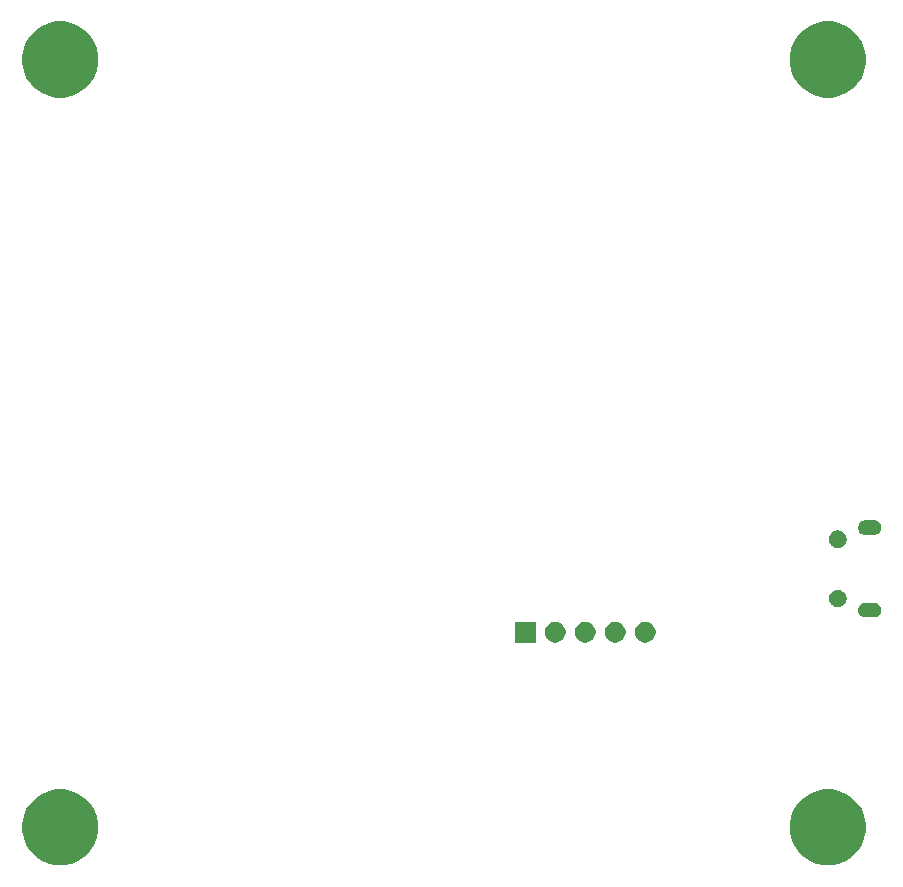
<source format=gbr>
G04 #@! TF.GenerationSoftware,KiCad,Pcbnew,5.1.5-52549c5~84~ubuntu18.04.1*
G04 #@! TF.CreationDate,2020-03-15T21:10:30-07:00*
G04 #@! TF.ProjectId,stm32f042cXt6_demo,73746d33-3266-4303-9432-635874365f64,rev?*
G04 #@! TF.SameCoordinates,Original*
G04 #@! TF.FileFunction,Soldermask,Bot*
G04 #@! TF.FilePolarity,Negative*
%FSLAX46Y46*%
G04 Gerber Fmt 4.6, Leading zero omitted, Abs format (unit mm)*
G04 Created by KiCad (PCBNEW 5.1.5-52549c5~84~ubuntu18.04.1) date 2020-03-15 21:10:30*
%MOMM*%
%LPD*%
G04 APERTURE LIST*
%ADD10C,0.100000*%
G04 APERTURE END LIST*
D10*
G36*
X35939240Y-91903743D02*
G01*
X36134573Y-91984653D01*
X36525242Y-92146473D01*
X37050848Y-92497672D01*
X37052633Y-92498865D01*
X37501135Y-92947367D01*
X37501137Y-92947370D01*
X37853527Y-93474758D01*
X38096257Y-94060761D01*
X38220000Y-94682858D01*
X38220000Y-95317142D01*
X38096257Y-95939239D01*
X37853527Y-96525242D01*
X37711084Y-96738422D01*
X37501135Y-97052633D01*
X37052633Y-97501135D01*
X37052630Y-97501137D01*
X36525242Y-97853527D01*
X36134573Y-98015347D01*
X35939240Y-98096257D01*
X35317142Y-98220000D01*
X34682858Y-98220000D01*
X34060760Y-98096257D01*
X33865427Y-98015347D01*
X33474758Y-97853527D01*
X32947370Y-97501137D01*
X32947367Y-97501135D01*
X32498865Y-97052633D01*
X32288916Y-96738422D01*
X32146473Y-96525242D01*
X31903743Y-95939239D01*
X31780000Y-95317142D01*
X31780000Y-94682858D01*
X31903743Y-94060761D01*
X32146473Y-93474758D01*
X32498863Y-92947370D01*
X32498865Y-92947367D01*
X32947367Y-92498865D01*
X32949152Y-92497672D01*
X33474758Y-92146473D01*
X33865427Y-91984653D01*
X34060760Y-91903743D01*
X34682858Y-91780000D01*
X35317142Y-91780000D01*
X35939240Y-91903743D01*
G37*
G36*
X100939240Y-91903743D02*
G01*
X101134573Y-91984653D01*
X101525242Y-92146473D01*
X102050848Y-92497672D01*
X102052633Y-92498865D01*
X102501135Y-92947367D01*
X102501137Y-92947370D01*
X102853527Y-93474758D01*
X103096257Y-94060761D01*
X103220000Y-94682858D01*
X103220000Y-95317142D01*
X103096257Y-95939239D01*
X102853527Y-96525242D01*
X102711084Y-96738422D01*
X102501135Y-97052633D01*
X102052633Y-97501135D01*
X102052630Y-97501137D01*
X101525242Y-97853527D01*
X101134573Y-98015347D01*
X100939240Y-98096257D01*
X100317142Y-98220000D01*
X99682858Y-98220000D01*
X99060760Y-98096257D01*
X98865427Y-98015347D01*
X98474758Y-97853527D01*
X97947370Y-97501137D01*
X97947367Y-97501135D01*
X97498865Y-97052633D01*
X97288916Y-96738422D01*
X97146473Y-96525242D01*
X96903743Y-95939239D01*
X96780000Y-95317142D01*
X96780000Y-94682858D01*
X96903743Y-94060761D01*
X97146473Y-93474758D01*
X97498863Y-92947370D01*
X97498865Y-92947367D01*
X97947367Y-92498865D01*
X97949152Y-92497672D01*
X98474758Y-92146473D01*
X98865427Y-91984653D01*
X99060760Y-91903743D01*
X99682858Y-91780000D01*
X100317142Y-91780000D01*
X100939240Y-91903743D01*
G37*
G36*
X84793770Y-77663433D02*
G01*
X84952100Y-77729016D01*
X85094593Y-77824227D01*
X85215773Y-77945407D01*
X85310984Y-78087900D01*
X85376567Y-78246230D01*
X85410000Y-78414312D01*
X85410000Y-78585688D01*
X85376567Y-78753770D01*
X85310984Y-78912100D01*
X85215773Y-79054593D01*
X85094593Y-79175773D01*
X84952100Y-79270984D01*
X84793770Y-79336567D01*
X84625688Y-79370000D01*
X84454312Y-79370000D01*
X84286230Y-79336567D01*
X84127900Y-79270984D01*
X83985407Y-79175773D01*
X83864227Y-79054593D01*
X83769016Y-78912100D01*
X83703433Y-78753770D01*
X83670000Y-78585688D01*
X83670000Y-78414312D01*
X83703433Y-78246230D01*
X83769016Y-78087900D01*
X83864227Y-77945407D01*
X83985407Y-77824227D01*
X84127900Y-77729016D01*
X84286230Y-77663433D01*
X84454312Y-77630000D01*
X84625688Y-77630000D01*
X84793770Y-77663433D01*
G37*
G36*
X79713770Y-77663433D02*
G01*
X79872100Y-77729016D01*
X80014593Y-77824227D01*
X80135773Y-77945407D01*
X80230984Y-78087900D01*
X80296567Y-78246230D01*
X80330000Y-78414312D01*
X80330000Y-78585688D01*
X80296567Y-78753770D01*
X80230984Y-78912100D01*
X80135773Y-79054593D01*
X80014593Y-79175773D01*
X79872100Y-79270984D01*
X79713770Y-79336567D01*
X79545688Y-79370000D01*
X79374312Y-79370000D01*
X79206230Y-79336567D01*
X79047900Y-79270984D01*
X78905407Y-79175773D01*
X78784227Y-79054593D01*
X78689016Y-78912100D01*
X78623433Y-78753770D01*
X78590000Y-78585688D01*
X78590000Y-78414312D01*
X78623433Y-78246230D01*
X78689016Y-78087900D01*
X78784227Y-77945407D01*
X78905407Y-77824227D01*
X79047900Y-77729016D01*
X79206230Y-77663433D01*
X79374312Y-77630000D01*
X79545688Y-77630000D01*
X79713770Y-77663433D01*
G37*
G36*
X82253770Y-77663433D02*
G01*
X82412100Y-77729016D01*
X82554593Y-77824227D01*
X82675773Y-77945407D01*
X82770984Y-78087900D01*
X82836567Y-78246230D01*
X82870000Y-78414312D01*
X82870000Y-78585688D01*
X82836567Y-78753770D01*
X82770984Y-78912100D01*
X82675773Y-79054593D01*
X82554593Y-79175773D01*
X82412100Y-79270984D01*
X82253770Y-79336567D01*
X82085688Y-79370000D01*
X81914312Y-79370000D01*
X81746230Y-79336567D01*
X81587900Y-79270984D01*
X81445407Y-79175773D01*
X81324227Y-79054593D01*
X81229016Y-78912100D01*
X81163433Y-78753770D01*
X81130000Y-78585688D01*
X81130000Y-78414312D01*
X81163433Y-78246230D01*
X81229016Y-78087900D01*
X81324227Y-77945407D01*
X81445407Y-77824227D01*
X81587900Y-77729016D01*
X81746230Y-77663433D01*
X81914312Y-77630000D01*
X82085688Y-77630000D01*
X82253770Y-77663433D01*
G37*
G36*
X77173770Y-77663433D02*
G01*
X77332100Y-77729016D01*
X77474593Y-77824227D01*
X77595773Y-77945407D01*
X77690984Y-78087900D01*
X77756567Y-78246230D01*
X77790000Y-78414312D01*
X77790000Y-78585688D01*
X77756567Y-78753770D01*
X77690984Y-78912100D01*
X77595773Y-79054593D01*
X77474593Y-79175773D01*
X77332100Y-79270984D01*
X77173770Y-79336567D01*
X77005688Y-79370000D01*
X76834312Y-79370000D01*
X76666230Y-79336567D01*
X76507900Y-79270984D01*
X76365407Y-79175773D01*
X76244227Y-79054593D01*
X76149016Y-78912100D01*
X76083433Y-78753770D01*
X76050000Y-78585688D01*
X76050000Y-78414312D01*
X76083433Y-78246230D01*
X76149016Y-78087900D01*
X76244227Y-77945407D01*
X76365407Y-77824227D01*
X76507900Y-77729016D01*
X76666230Y-77663433D01*
X76834312Y-77630000D01*
X77005688Y-77630000D01*
X77173770Y-77663433D01*
G37*
G36*
X75250000Y-79370000D02*
G01*
X73510000Y-79370000D01*
X73510000Y-77630000D01*
X75250000Y-77630000D01*
X75250000Y-79370000D01*
G37*
G36*
X103940722Y-76002243D02*
G01*
X104009044Y-76008972D01*
X104125912Y-76044424D01*
X104233619Y-76101994D01*
X104328027Y-76179473D01*
X104405506Y-76273881D01*
X104463076Y-76381588D01*
X104498528Y-76498456D01*
X104510499Y-76620000D01*
X104498528Y-76741544D01*
X104463076Y-76858412D01*
X104405506Y-76966119D01*
X104328027Y-77060527D01*
X104233619Y-77138006D01*
X104125912Y-77195576D01*
X104009044Y-77231028D01*
X103940722Y-77237757D01*
X103917949Y-77240000D01*
X103157051Y-77240000D01*
X103134278Y-77237757D01*
X103065956Y-77231028D01*
X102949088Y-77195576D01*
X102841381Y-77138006D01*
X102746973Y-77060527D01*
X102669494Y-76966119D01*
X102611924Y-76858412D01*
X102576472Y-76741544D01*
X102564501Y-76620000D01*
X102576472Y-76498456D01*
X102611924Y-76381588D01*
X102669494Y-76273881D01*
X102746973Y-76179473D01*
X102841381Y-76101994D01*
X102949088Y-76044424D01*
X103065956Y-76008972D01*
X103134278Y-76002243D01*
X103157051Y-76000000D01*
X103917949Y-76000000D01*
X103940722Y-76002243D01*
G37*
G36*
X101054810Y-74903630D02*
G01*
X101190388Y-74959788D01*
X101190390Y-74959789D01*
X101310782Y-75040233D01*
X101312413Y-75041323D01*
X101416177Y-75145087D01*
X101416179Y-75145090D01*
X101497711Y-75267110D01*
X101553870Y-75402691D01*
X101582500Y-75546624D01*
X101582500Y-75693376D01*
X101553870Y-75837309D01*
X101497711Y-75972890D01*
X101449913Y-76044424D01*
X101416177Y-76094913D01*
X101312413Y-76198677D01*
X101312410Y-76198679D01*
X101190390Y-76280211D01*
X101190389Y-76280212D01*
X101190388Y-76280212D01*
X101054810Y-76336370D01*
X100910876Y-76365000D01*
X100764124Y-76365000D01*
X100620190Y-76336370D01*
X100484612Y-76280212D01*
X100484611Y-76280212D01*
X100484610Y-76280211D01*
X100362590Y-76198679D01*
X100362587Y-76198677D01*
X100258823Y-76094913D01*
X100225087Y-76044424D01*
X100177289Y-75972890D01*
X100121130Y-75837309D01*
X100092500Y-75693376D01*
X100092500Y-75546624D01*
X100121130Y-75402691D01*
X100177289Y-75267110D01*
X100258821Y-75145090D01*
X100258823Y-75145087D01*
X100362587Y-75041323D01*
X100364218Y-75040233D01*
X100484610Y-74959789D01*
X100484612Y-74959788D01*
X100620190Y-74903630D01*
X100764124Y-74875000D01*
X100910876Y-74875000D01*
X101054810Y-74903630D01*
G37*
G36*
X101054810Y-69903630D02*
G01*
X101190388Y-69959788D01*
X101190390Y-69959789D01*
X101310782Y-70040233D01*
X101312413Y-70041323D01*
X101416177Y-70145087D01*
X101416179Y-70145090D01*
X101473602Y-70231028D01*
X101497712Y-70267112D01*
X101553870Y-70402690D01*
X101582500Y-70546624D01*
X101582500Y-70693376D01*
X101553870Y-70837310D01*
X101497712Y-70972888D01*
X101416177Y-71094913D01*
X101312413Y-71198677D01*
X101312410Y-71198679D01*
X101190390Y-71280211D01*
X101190389Y-71280212D01*
X101190388Y-71280212D01*
X101054810Y-71336370D01*
X100910876Y-71365000D01*
X100764124Y-71365000D01*
X100620190Y-71336370D01*
X100484612Y-71280212D01*
X100484611Y-71280212D01*
X100484610Y-71280211D01*
X100362590Y-71198679D01*
X100362587Y-71198677D01*
X100258823Y-71094913D01*
X100177288Y-70972888D01*
X100121130Y-70837310D01*
X100092500Y-70693376D01*
X100092500Y-70546624D01*
X100121130Y-70402690D01*
X100177288Y-70267112D01*
X100201399Y-70231028D01*
X100258821Y-70145090D01*
X100258823Y-70145087D01*
X100362587Y-70041323D01*
X100364218Y-70040233D01*
X100484610Y-69959789D01*
X100484612Y-69959788D01*
X100620190Y-69903630D01*
X100764124Y-69875000D01*
X100910876Y-69875000D01*
X101054810Y-69903630D01*
G37*
G36*
X103940722Y-69002243D02*
G01*
X104009044Y-69008972D01*
X104125912Y-69044424D01*
X104233619Y-69101994D01*
X104328027Y-69179473D01*
X104405506Y-69273881D01*
X104463076Y-69381588D01*
X104498528Y-69498456D01*
X104510499Y-69620000D01*
X104498528Y-69741544D01*
X104463076Y-69858412D01*
X104405506Y-69966119D01*
X104328027Y-70060527D01*
X104233619Y-70138006D01*
X104125912Y-70195576D01*
X104009044Y-70231028D01*
X103940722Y-70237757D01*
X103917949Y-70240000D01*
X103157051Y-70240000D01*
X103134278Y-70237757D01*
X103065956Y-70231028D01*
X102949088Y-70195576D01*
X102841381Y-70138006D01*
X102746973Y-70060527D01*
X102669494Y-69966119D01*
X102611924Y-69858412D01*
X102576472Y-69741544D01*
X102564501Y-69620000D01*
X102576472Y-69498456D01*
X102611924Y-69381588D01*
X102669494Y-69273881D01*
X102746973Y-69179473D01*
X102841381Y-69101994D01*
X102949088Y-69044424D01*
X103065956Y-69008972D01*
X103134278Y-69002243D01*
X103157051Y-69000000D01*
X103917949Y-69000000D01*
X103940722Y-69002243D01*
G37*
G36*
X100939240Y-26903743D02*
G01*
X101134573Y-26984653D01*
X101525242Y-27146473D01*
X102050848Y-27497672D01*
X102052633Y-27498865D01*
X102501135Y-27947367D01*
X102501137Y-27947370D01*
X102853527Y-28474758D01*
X103096257Y-29060761D01*
X103220000Y-29682858D01*
X103220000Y-30317142D01*
X103096257Y-30939239D01*
X102853527Y-31525242D01*
X102711084Y-31738422D01*
X102501135Y-32052633D01*
X102052633Y-32501135D01*
X102052630Y-32501137D01*
X101525242Y-32853527D01*
X101134573Y-33015347D01*
X100939240Y-33096257D01*
X100317142Y-33220000D01*
X99682858Y-33220000D01*
X99060760Y-33096257D01*
X98865427Y-33015347D01*
X98474758Y-32853527D01*
X97947370Y-32501137D01*
X97947367Y-32501135D01*
X97498865Y-32052633D01*
X97288916Y-31738422D01*
X97146473Y-31525242D01*
X96903743Y-30939239D01*
X96780000Y-30317142D01*
X96780000Y-29682858D01*
X96903743Y-29060761D01*
X97146473Y-28474758D01*
X97498863Y-27947370D01*
X97498865Y-27947367D01*
X97947367Y-27498865D01*
X97949152Y-27497672D01*
X98474758Y-27146473D01*
X98865427Y-26984653D01*
X99060760Y-26903743D01*
X99682858Y-26780000D01*
X100317142Y-26780000D01*
X100939240Y-26903743D01*
G37*
G36*
X35939240Y-26903743D02*
G01*
X36134573Y-26984653D01*
X36525242Y-27146473D01*
X37050848Y-27497672D01*
X37052633Y-27498865D01*
X37501135Y-27947367D01*
X37501137Y-27947370D01*
X37853527Y-28474758D01*
X38096257Y-29060761D01*
X38220000Y-29682858D01*
X38220000Y-30317142D01*
X38096257Y-30939239D01*
X37853527Y-31525242D01*
X37711084Y-31738422D01*
X37501135Y-32052633D01*
X37052633Y-32501135D01*
X37052630Y-32501137D01*
X36525242Y-32853527D01*
X36134573Y-33015347D01*
X35939240Y-33096257D01*
X35317142Y-33220000D01*
X34682858Y-33220000D01*
X34060760Y-33096257D01*
X33865427Y-33015347D01*
X33474758Y-32853527D01*
X32947370Y-32501137D01*
X32947367Y-32501135D01*
X32498865Y-32052633D01*
X32288916Y-31738422D01*
X32146473Y-31525242D01*
X31903743Y-30939239D01*
X31780000Y-30317142D01*
X31780000Y-29682858D01*
X31903743Y-29060761D01*
X32146473Y-28474758D01*
X32498863Y-27947370D01*
X32498865Y-27947367D01*
X32947367Y-27498865D01*
X32949152Y-27497672D01*
X33474758Y-27146473D01*
X33865427Y-26984653D01*
X34060760Y-26903743D01*
X34682858Y-26780000D01*
X35317142Y-26780000D01*
X35939240Y-26903743D01*
G37*
M02*

</source>
